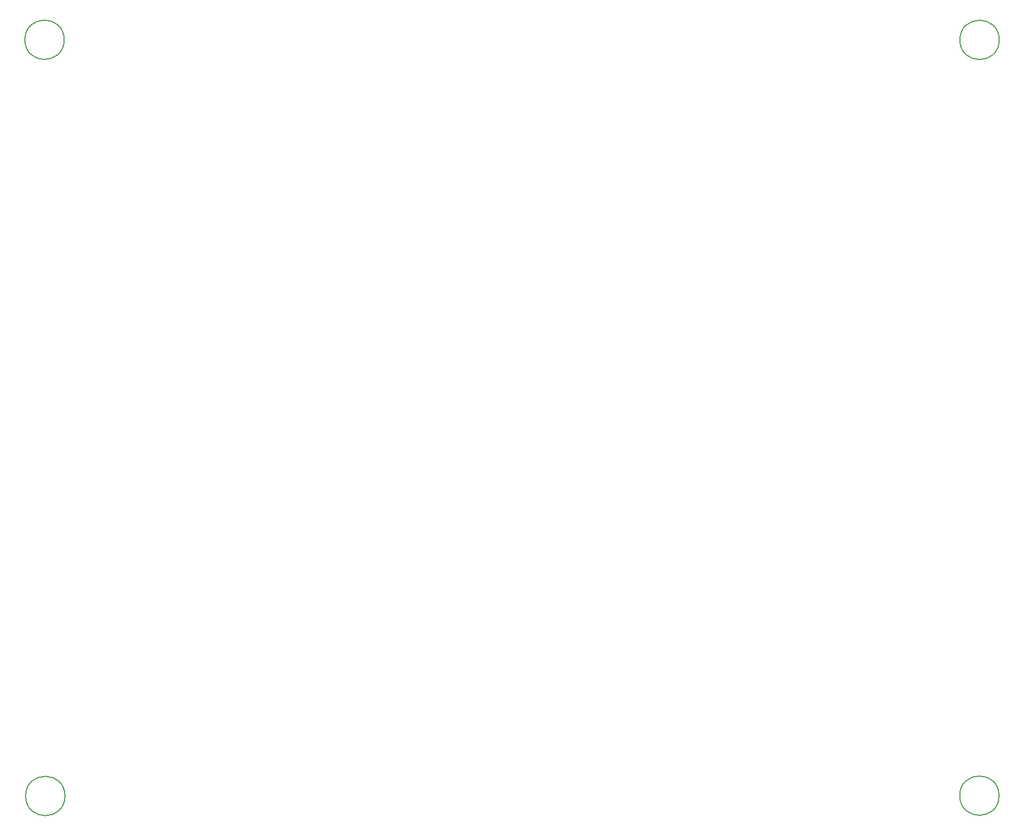
<source format=gbr>
%TF.GenerationSoftware,KiCad,Pcbnew,7.0.9*%
%TF.CreationDate,2024-05-20T07:51:08-06:00*%
%TF.ProjectId,RC11,52433131-2e6b-4696-9361-645f70636258,rev?*%
%TF.SameCoordinates,Original*%
%TF.FileFunction,Other,Comment*%
%FSLAX46Y46*%
G04 Gerber Fmt 4.6, Leading zero omitted, Abs format (unit mm)*
G04 Created by KiCad (PCBNEW 7.0.9) date 2024-05-20 07:51:08*
%MOMM*%
%LPD*%
G01*
G04 APERTURE LIST*
%ADD10C,0.150000*%
G04 APERTURE END LIST*
D10*
%TO.C, *%
X178714000Y-156466600D02*
G75*
G03*
X178714000Y-156466600I-3200000J0D01*
G01*
X26720400Y-156517400D02*
G75*
G03*
X26720400Y-156517400I-3200000J0D01*
G01*
X26593400Y-33444200D02*
G75*
G03*
X26593400Y-33444200I-3200000J0D01*
G01*
X178739400Y-33469600D02*
G75*
G03*
X178739400Y-33469600I-3200000J0D01*
G01*
%TD*%
M02*

</source>
